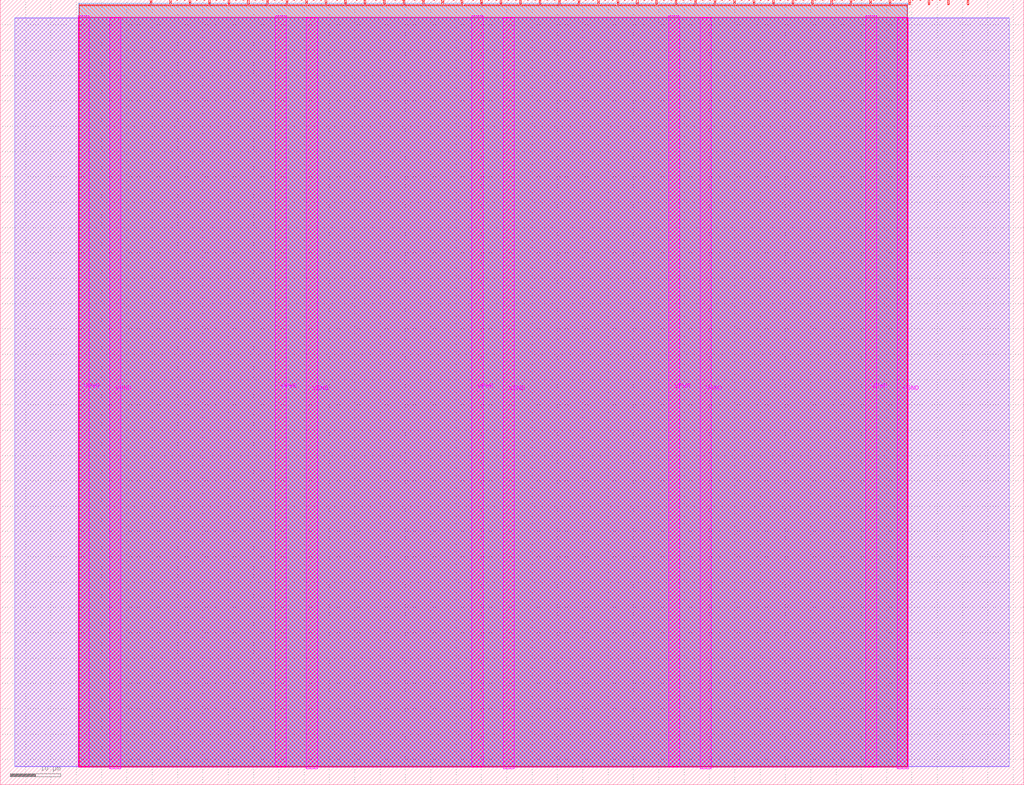
<source format=lef>
VERSION 5.7 ;
  NOWIREEXTENSIONATPIN ON ;
  DIVIDERCHAR "/" ;
  BUSBITCHARS "[]" ;
MACRO tt_um_wokwi_450491302960427009
  CLASS BLOCK ;
  FOREIGN tt_um_wokwi_450491302960427009 ;
  ORIGIN 0.000 0.000 ;
  SIZE 202.080 BY 154.980 ;
  PIN VGND
    DIRECTION INOUT ;
    USE GROUND ;
    PORT
      LAYER TopMetal1 ;
        RECT 21.580 3.150 23.780 151.420 ;
    END
    PORT
      LAYER TopMetal1 ;
        RECT 60.450 3.150 62.650 151.420 ;
    END
    PORT
      LAYER TopMetal1 ;
        RECT 99.320 3.150 101.520 151.420 ;
    END
    PORT
      LAYER TopMetal1 ;
        RECT 138.190 3.150 140.390 151.420 ;
    END
    PORT
      LAYER TopMetal1 ;
        RECT 177.060 3.150 179.260 151.420 ;
    END
  END VGND
  PIN VPWR
    DIRECTION INOUT ;
    USE POWER ;
    PORT
      LAYER TopMetal1 ;
        RECT 15.380 3.560 17.580 151.830 ;
    END
    PORT
      LAYER TopMetal1 ;
        RECT 54.250 3.560 56.450 151.830 ;
    END
    PORT
      LAYER TopMetal1 ;
        RECT 93.120 3.560 95.320 151.830 ;
    END
    PORT
      LAYER TopMetal1 ;
        RECT 131.990 3.560 134.190 151.830 ;
    END
    PORT
      LAYER TopMetal1 ;
        RECT 170.860 3.560 173.060 151.830 ;
    END
  END VPWR
  PIN clk
    DIRECTION INPUT ;
    USE SIGNAL ;
    PORT
      LAYER Metal4 ;
        RECT 187.050 153.980 187.350 154.980 ;
    END
  END clk
  PIN ena
    DIRECTION INPUT ;
    USE SIGNAL ;
    PORT
      LAYER Metal4 ;
        RECT 190.890 153.980 191.190 154.980 ;
    END
  END ena
  PIN rst_n
    DIRECTION INPUT ;
    USE SIGNAL ;
    PORT
      LAYER Metal4 ;
        RECT 183.210 153.980 183.510 154.980 ;
    END
  END rst_n
  PIN ui_in[0]
    DIRECTION INPUT ;
    USE SIGNAL ;
    PORT
      LAYER Metal4 ;
        RECT 179.370 153.980 179.670 154.980 ;
    END
  END ui_in[0]
  PIN ui_in[1]
    DIRECTION INPUT ;
    USE SIGNAL ;
    ANTENNAGATEAREA 0.180700 ;
    PORT
      LAYER Metal4 ;
        RECT 175.530 153.980 175.830 154.980 ;
    END
  END ui_in[1]
  PIN ui_in[2]
    DIRECTION INPUT ;
    USE SIGNAL ;
    PORT
      LAYER Metal4 ;
        RECT 171.690 153.980 171.990 154.980 ;
    END
  END ui_in[2]
  PIN ui_in[3]
    DIRECTION INPUT ;
    USE SIGNAL ;
    ANTENNAGATEAREA 0.180700 ;
    PORT
      LAYER Metal4 ;
        RECT 167.850 153.980 168.150 154.980 ;
    END
  END ui_in[3]
  PIN ui_in[4]
    DIRECTION INPUT ;
    USE SIGNAL ;
    PORT
      LAYER Metal4 ;
        RECT 164.010 153.980 164.310 154.980 ;
    END
  END ui_in[4]
  PIN ui_in[5]
    DIRECTION INPUT ;
    USE SIGNAL ;
    PORT
      LAYER Metal4 ;
        RECT 160.170 153.980 160.470 154.980 ;
    END
  END ui_in[5]
  PIN ui_in[6]
    DIRECTION INPUT ;
    USE SIGNAL ;
    PORT
      LAYER Metal4 ;
        RECT 156.330 153.980 156.630 154.980 ;
    END
  END ui_in[6]
  PIN ui_in[7]
    DIRECTION INPUT ;
    USE SIGNAL ;
    PORT
      LAYER Metal4 ;
        RECT 152.490 153.980 152.790 154.980 ;
    END
  END ui_in[7]
  PIN uio_in[0]
    DIRECTION INPUT ;
    USE SIGNAL ;
    PORT
      LAYER Metal4 ;
        RECT 148.650 153.980 148.950 154.980 ;
    END
  END uio_in[0]
  PIN uio_in[1]
    DIRECTION INPUT ;
    USE SIGNAL ;
    PORT
      LAYER Metal4 ;
        RECT 144.810 153.980 145.110 154.980 ;
    END
  END uio_in[1]
  PIN uio_in[2]
    DIRECTION INPUT ;
    USE SIGNAL ;
    PORT
      LAYER Metal4 ;
        RECT 140.970 153.980 141.270 154.980 ;
    END
  END uio_in[2]
  PIN uio_in[3]
    DIRECTION INPUT ;
    USE SIGNAL ;
    PORT
      LAYER Metal4 ;
        RECT 137.130 153.980 137.430 154.980 ;
    END
  END uio_in[3]
  PIN uio_in[4]
    DIRECTION INPUT ;
    USE SIGNAL ;
    PORT
      LAYER Metal4 ;
        RECT 133.290 153.980 133.590 154.980 ;
    END
  END uio_in[4]
  PIN uio_in[5]
    DIRECTION INPUT ;
    USE SIGNAL ;
    PORT
      LAYER Metal4 ;
        RECT 129.450 153.980 129.750 154.980 ;
    END
  END uio_in[5]
  PIN uio_in[6]
    DIRECTION INPUT ;
    USE SIGNAL ;
    PORT
      LAYER Metal4 ;
        RECT 125.610 153.980 125.910 154.980 ;
    END
  END uio_in[6]
  PIN uio_in[7]
    DIRECTION INPUT ;
    USE SIGNAL ;
    PORT
      LAYER Metal4 ;
        RECT 121.770 153.980 122.070 154.980 ;
    END
  END uio_in[7]
  PIN uio_oe[0]
    DIRECTION OUTPUT ;
    USE SIGNAL ;
    ANTENNADIFFAREA 0.299200 ;
    PORT
      LAYER Metal4 ;
        RECT 56.490 153.980 56.790 154.980 ;
    END
  END uio_oe[0]
  PIN uio_oe[1]
    DIRECTION OUTPUT ;
    USE SIGNAL ;
    ANTENNADIFFAREA 0.299200 ;
    PORT
      LAYER Metal4 ;
        RECT 52.650 153.980 52.950 154.980 ;
    END
  END uio_oe[1]
  PIN uio_oe[2]
    DIRECTION OUTPUT ;
    USE SIGNAL ;
    ANTENNADIFFAREA 0.299200 ;
    PORT
      LAYER Metal4 ;
        RECT 48.810 153.980 49.110 154.980 ;
    END
  END uio_oe[2]
  PIN uio_oe[3]
    DIRECTION OUTPUT ;
    USE SIGNAL ;
    ANTENNADIFFAREA 0.299200 ;
    PORT
      LAYER Metal4 ;
        RECT 44.970 153.980 45.270 154.980 ;
    END
  END uio_oe[3]
  PIN uio_oe[4]
    DIRECTION OUTPUT ;
    USE SIGNAL ;
    ANTENNADIFFAREA 0.299200 ;
    PORT
      LAYER Metal4 ;
        RECT 41.130 153.980 41.430 154.980 ;
    END
  END uio_oe[4]
  PIN uio_oe[5]
    DIRECTION OUTPUT ;
    USE SIGNAL ;
    ANTENNADIFFAREA 0.299200 ;
    PORT
      LAYER Metal4 ;
        RECT 37.290 153.980 37.590 154.980 ;
    END
  END uio_oe[5]
  PIN uio_oe[6]
    DIRECTION OUTPUT ;
    USE SIGNAL ;
    ANTENNADIFFAREA 0.299200 ;
    PORT
      LAYER Metal4 ;
        RECT 33.450 153.980 33.750 154.980 ;
    END
  END uio_oe[6]
  PIN uio_oe[7]
    DIRECTION OUTPUT ;
    USE SIGNAL ;
    ANTENNADIFFAREA 0.299200 ;
    PORT
      LAYER Metal4 ;
        RECT 29.610 153.980 29.910 154.980 ;
    END
  END uio_oe[7]
  PIN uio_out[0]
    DIRECTION OUTPUT ;
    USE SIGNAL ;
    ANTENNADIFFAREA 0.299200 ;
    PORT
      LAYER Metal4 ;
        RECT 87.210 153.980 87.510 154.980 ;
    END
  END uio_out[0]
  PIN uio_out[1]
    DIRECTION OUTPUT ;
    USE SIGNAL ;
    ANTENNADIFFAREA 0.299200 ;
    PORT
      LAYER Metal4 ;
        RECT 83.370 153.980 83.670 154.980 ;
    END
  END uio_out[1]
  PIN uio_out[2]
    DIRECTION OUTPUT ;
    USE SIGNAL ;
    ANTENNADIFFAREA 0.299200 ;
    PORT
      LAYER Metal4 ;
        RECT 79.530 153.980 79.830 154.980 ;
    END
  END uio_out[2]
  PIN uio_out[3]
    DIRECTION OUTPUT ;
    USE SIGNAL ;
    ANTENNADIFFAREA 0.299200 ;
    PORT
      LAYER Metal4 ;
        RECT 75.690 153.980 75.990 154.980 ;
    END
  END uio_out[3]
  PIN uio_out[4]
    DIRECTION OUTPUT ;
    USE SIGNAL ;
    ANTENNADIFFAREA 0.299200 ;
    PORT
      LAYER Metal4 ;
        RECT 71.850 153.980 72.150 154.980 ;
    END
  END uio_out[4]
  PIN uio_out[5]
    DIRECTION OUTPUT ;
    USE SIGNAL ;
    ANTENNADIFFAREA 0.299200 ;
    PORT
      LAYER Metal4 ;
        RECT 68.010 153.980 68.310 154.980 ;
    END
  END uio_out[5]
  PIN uio_out[6]
    DIRECTION OUTPUT ;
    USE SIGNAL ;
    ANTENNADIFFAREA 0.299200 ;
    PORT
      LAYER Metal4 ;
        RECT 64.170 153.980 64.470 154.980 ;
    END
  END uio_out[6]
  PIN uio_out[7]
    DIRECTION OUTPUT ;
    USE SIGNAL ;
    ANTENNADIFFAREA 0.299200 ;
    PORT
      LAYER Metal4 ;
        RECT 60.330 153.980 60.630 154.980 ;
    END
  END uio_out[7]
  PIN uo_out[0]
    DIRECTION OUTPUT ;
    USE SIGNAL ;
    ANTENNADIFFAREA 0.299200 ;
    PORT
      LAYER Metal4 ;
        RECT 117.930 153.980 118.230 154.980 ;
    END
  END uo_out[0]
  PIN uo_out[1]
    DIRECTION OUTPUT ;
    USE SIGNAL ;
    ANTENNADIFFAREA 0.299200 ;
    PORT
      LAYER Metal4 ;
        RECT 114.090 153.980 114.390 154.980 ;
    END
  END uo_out[1]
  PIN uo_out[2]
    DIRECTION OUTPUT ;
    USE SIGNAL ;
    ANTENNADIFFAREA 0.708600 ;
    PORT
      LAYER Metal4 ;
        RECT 110.250 153.980 110.550 154.980 ;
    END
  END uo_out[2]
  PIN uo_out[3]
    DIRECTION OUTPUT ;
    USE SIGNAL ;
    ANTENNADIFFAREA 0.299200 ;
    PORT
      LAYER Metal4 ;
        RECT 106.410 153.980 106.710 154.980 ;
    END
  END uo_out[3]
  PIN uo_out[4]
    DIRECTION OUTPUT ;
    USE SIGNAL ;
    ANTENNADIFFAREA 0.299200 ;
    PORT
      LAYER Metal4 ;
        RECT 102.570 153.980 102.870 154.980 ;
    END
  END uo_out[4]
  PIN uo_out[5]
    DIRECTION OUTPUT ;
    USE SIGNAL ;
    ANTENNADIFFAREA 0.299200 ;
    PORT
      LAYER Metal4 ;
        RECT 98.730 153.980 99.030 154.980 ;
    END
  END uo_out[5]
  PIN uo_out[6]
    DIRECTION OUTPUT ;
    USE SIGNAL ;
    ANTENNADIFFAREA 0.299200 ;
    PORT
      LAYER Metal4 ;
        RECT 94.890 153.980 95.190 154.980 ;
    END
  END uo_out[6]
  PIN uo_out[7]
    DIRECTION OUTPUT ;
    USE SIGNAL ;
    ANTENNADIFFAREA 0.299200 ;
    PORT
      LAYER Metal4 ;
        RECT 91.050 153.980 91.350 154.980 ;
    END
  END uo_out[7]
  OBS
      LAYER GatPoly ;
        RECT 2.880 3.630 199.200 151.350 ;
      LAYER Metal1 ;
        RECT 2.880 3.560 199.200 151.420 ;
      LAYER Metal2 ;
        RECT 15.560 3.635 179.080 154.285 ;
      LAYER Metal3 ;
        RECT 15.515 3.680 179.125 154.240 ;
      LAYER Metal4 ;
        RECT 15.560 153.770 29.400 153.980 ;
        RECT 30.120 153.770 33.240 153.980 ;
        RECT 33.960 153.770 37.080 153.980 ;
        RECT 37.800 153.770 40.920 153.980 ;
        RECT 41.640 153.770 44.760 153.980 ;
        RECT 45.480 153.770 48.600 153.980 ;
        RECT 49.320 153.770 52.440 153.980 ;
        RECT 53.160 153.770 56.280 153.980 ;
        RECT 57.000 153.770 60.120 153.980 ;
        RECT 60.840 153.770 63.960 153.980 ;
        RECT 64.680 153.770 67.800 153.980 ;
        RECT 68.520 153.770 71.640 153.980 ;
        RECT 72.360 153.770 75.480 153.980 ;
        RECT 76.200 153.770 79.320 153.980 ;
        RECT 80.040 153.770 83.160 153.980 ;
        RECT 83.880 153.770 87.000 153.980 ;
        RECT 87.720 153.770 90.840 153.980 ;
        RECT 91.560 153.770 94.680 153.980 ;
        RECT 95.400 153.770 98.520 153.980 ;
        RECT 99.240 153.770 102.360 153.980 ;
        RECT 103.080 153.770 106.200 153.980 ;
        RECT 106.920 153.770 110.040 153.980 ;
        RECT 110.760 153.770 113.880 153.980 ;
        RECT 114.600 153.770 117.720 153.980 ;
        RECT 118.440 153.770 121.560 153.980 ;
        RECT 122.280 153.770 125.400 153.980 ;
        RECT 126.120 153.770 129.240 153.980 ;
        RECT 129.960 153.770 133.080 153.980 ;
        RECT 133.800 153.770 136.920 153.980 ;
        RECT 137.640 153.770 140.760 153.980 ;
        RECT 141.480 153.770 144.600 153.980 ;
        RECT 145.320 153.770 148.440 153.980 ;
        RECT 149.160 153.770 152.280 153.980 ;
        RECT 153.000 153.770 156.120 153.980 ;
        RECT 156.840 153.770 159.960 153.980 ;
        RECT 160.680 153.770 163.800 153.980 ;
        RECT 164.520 153.770 167.640 153.980 ;
        RECT 168.360 153.770 171.480 153.980 ;
        RECT 172.200 153.770 175.320 153.980 ;
        RECT 176.040 153.770 179.080 153.980 ;
        RECT 15.560 3.635 179.080 153.770 ;
      LAYER Metal5 ;
        RECT 15.515 3.470 179.125 151.510 ;
  END
END tt_um_wokwi_450491302960427009
END LIBRARY


</source>
